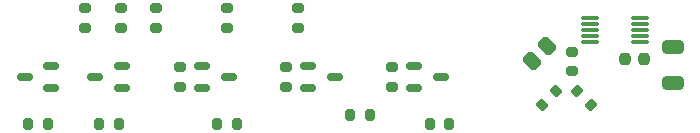
<source format=gbr>
%TF.GenerationSoftware,KiCad,Pcbnew,8.0.8*%
%TF.CreationDate,2025-01-25T09:27:46-05:00*%
%TF.ProjectId,GF24,47463234-2e6b-4696-9361-645f70636258,rev?*%
%TF.SameCoordinates,Original*%
%TF.FileFunction,Paste,Bot*%
%TF.FilePolarity,Positive*%
%FSLAX46Y46*%
G04 Gerber Fmt 4.6, Leading zero omitted, Abs format (unit mm)*
G04 Created by KiCad (PCBNEW 8.0.8) date 2025-01-25 09:27:46*
%MOMM*%
%LPD*%
G01*
G04 APERTURE LIST*
G04 Aperture macros list*
%AMRoundRect*
0 Rectangle with rounded corners*
0 $1 Rounding radius*
0 $2 $3 $4 $5 $6 $7 $8 $9 X,Y pos of 4 corners*
0 Add a 4 corners polygon primitive as box body*
4,1,4,$2,$3,$4,$5,$6,$7,$8,$9,$2,$3,0*
0 Add four circle primitives for the rounded corners*
1,1,$1+$1,$2,$3*
1,1,$1+$1,$4,$5*
1,1,$1+$1,$6,$7*
1,1,$1+$1,$8,$9*
0 Add four rect primitives between the rounded corners*
20,1,$1+$1,$2,$3,$4,$5,0*
20,1,$1+$1,$4,$5,$6,$7,0*
20,1,$1+$1,$6,$7,$8,$9,0*
20,1,$1+$1,$8,$9,$2,$3,0*%
G04 Aperture macros list end*
%ADD10RoundRect,0.287500X-0.106066X0.512652X-0.512652X0.106066X0.106066X-0.512652X0.512652X-0.106066X0*%
%ADD11RoundRect,0.150000X0.512500X0.150000X-0.512500X0.150000X-0.512500X-0.150000X0.512500X-0.150000X0*%
%ADD12RoundRect,0.200000X0.200000X0.275000X-0.200000X0.275000X-0.200000X-0.275000X0.200000X-0.275000X0*%
%ADD13RoundRect,0.200000X-0.275000X0.200000X-0.275000X-0.200000X0.275000X-0.200000X0.275000X0.200000X0*%
%ADD14RoundRect,0.237500X0.237500X0.262500X-0.237500X0.262500X-0.237500X-0.262500X0.237500X-0.262500X0*%
%ADD15RoundRect,0.200000X0.275000X-0.200000X0.275000X0.200000X-0.275000X0.200000X-0.275000X-0.200000X0*%
%ADD16RoundRect,0.200000X-0.335876X-0.053033X-0.053033X-0.335876X0.335876X0.053033X0.053033X0.335876X0*%
%ADD17RoundRect,0.150000X-0.512500X-0.150000X0.512500X-0.150000X0.512500X0.150000X-0.512500X0.150000X0*%
%ADD18RoundRect,0.200000X-0.053033X0.335876X-0.335876X0.053033X0.053033X-0.335876X0.335876X-0.053033X0*%
%ADD19RoundRect,0.075000X0.650000X0.075000X-0.650000X0.075000X-0.650000X-0.075000X0.650000X-0.075000X0*%
%ADD20RoundRect,0.287500X-0.612500X0.287500X-0.612500X-0.287500X0.612500X-0.287500X0.612500X0.287500X0*%
G04 APERTURE END LIST*
D10*
%TO.C,C13*%
X161136396Y-80363604D03*
X159863604Y-81636396D03*
%TD*%
D11*
%TO.C,Q2*%
X125137500Y-82050001D03*
X125137500Y-83949999D03*
X122862500Y-83000000D03*
%TD*%
D12*
%TO.C,R22*%
X146075000Y-86250000D03*
X144425000Y-86250000D03*
%TD*%
D11*
%TO.C,Q3*%
X119137500Y-82050000D03*
X119137500Y-83950000D03*
X116862500Y-83000000D03*
%TD*%
D13*
%TO.C,R15*%
X122000000Y-77175000D03*
X122000000Y-78825000D03*
%TD*%
D14*
%TO.C,C12*%
X169299999Y-81500000D03*
X167700001Y-81500000D03*
%TD*%
D15*
%TO.C,R7*%
X128000000Y-78825000D03*
X128000000Y-77175000D03*
%TD*%
D16*
%TO.C,R6*%
X163666637Y-84166637D03*
X164833363Y-85333363D03*
%TD*%
D17*
%TO.C,Q4*%
X149862500Y-83949999D03*
X149862500Y-82050001D03*
X152137500Y-83000000D03*
%TD*%
D18*
%TO.C,TH1*%
X161833363Y-84166637D03*
X160666637Y-85333363D03*
%TD*%
D19*
%TO.C,U4*%
X169000000Y-78000000D03*
X169000000Y-78500000D03*
X169000000Y-79000000D03*
X169000000Y-79500000D03*
X169000000Y-80000000D03*
X164700000Y-80000000D03*
X164700000Y-79500000D03*
X164700000Y-79000000D03*
X164700000Y-78500000D03*
X164700000Y-78000000D03*
%TD*%
D15*
%TO.C,R5*%
X163250000Y-82500000D03*
X163250000Y-80850000D03*
%TD*%
D13*
%TO.C,R19*%
X139000000Y-82175000D03*
X139000000Y-83825000D03*
%TD*%
D17*
%TO.C,Q6*%
X131862500Y-83949999D03*
X131862500Y-82050001D03*
X134137500Y-83000000D03*
%TD*%
D12*
%TO.C,R18*%
X118825000Y-87000000D03*
X117175000Y-87000000D03*
%TD*%
D13*
%TO.C,R10*%
X148000000Y-82175000D03*
X148000000Y-83825000D03*
%TD*%
D12*
%TO.C,R17*%
X124825000Y-87000000D03*
X123175000Y-87000000D03*
%TD*%
D15*
%TO.C,R9*%
X140000000Y-78825000D03*
X140000000Y-77175000D03*
%TD*%
D12*
%TO.C,R20*%
X152825000Y-87000000D03*
X151175000Y-87000000D03*
%TD*%
%TO.C,R23*%
X134825000Y-87000000D03*
X133175000Y-87000000D03*
%TD*%
D17*
%TO.C,Q5*%
X140862500Y-83949999D03*
X140862500Y-82050001D03*
X143137500Y-83000000D03*
%TD*%
D15*
%TO.C,R16*%
X125000000Y-78825000D03*
X125000000Y-77175000D03*
%TD*%
D13*
%TO.C,R21*%
X130000000Y-82175000D03*
X130000000Y-83825000D03*
%TD*%
D20*
%TO.C,C11*%
X171750000Y-80500000D03*
X171750000Y-83500000D03*
%TD*%
D15*
%TO.C,R8*%
X134000000Y-78825000D03*
X134000000Y-77175000D03*
%TD*%
M02*

</source>
